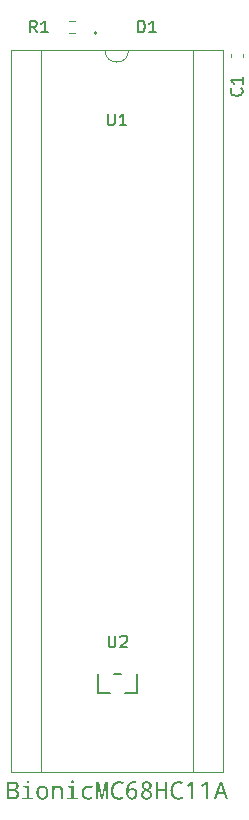
<source format=gbr>
G04 #@! TF.GenerationSoftware,KiCad,Pcbnew,7.0.11+dfsg-1build4*
G04 #@! TF.CreationDate,2024-12-04T11:56:43+09:00*
G04 #@! TF.ProjectId,bionic-mc68hc11a,62696f6e-6963-42d6-9d63-363868633131,4*
G04 #@! TF.SameCoordinates,Original*
G04 #@! TF.FileFunction,Legend,Top*
G04 #@! TF.FilePolarity,Positive*
%FSLAX46Y46*%
G04 Gerber Fmt 4.6, Leading zero omitted, Abs format (unit mm)*
G04 Created by KiCad (PCBNEW 7.0.11+dfsg-1build4) date 2024-12-04 11:56:43*
%MOMM*%
%LPD*%
G01*
G04 APERTURE LIST*
%ADD10C,0.150000*%
%ADD11C,0.120000*%
%ADD12C,0.152400*%
G04 APERTURE END LIST*
D10*
G36*
X104858059Y-135669959D02*
G01*
X104875236Y-135670222D01*
X104892111Y-135670660D01*
X104908683Y-135671274D01*
X104924952Y-135672063D01*
X104940918Y-135673027D01*
X104956582Y-135674167D01*
X104971943Y-135675481D01*
X104987002Y-135676972D01*
X105001758Y-135678637D01*
X105030361Y-135682494D01*
X105057754Y-135687052D01*
X105083936Y-135692311D01*
X105108908Y-135698272D01*
X105132669Y-135704934D01*
X105155219Y-135712297D01*
X105176558Y-135720361D01*
X105196686Y-135729127D01*
X105215604Y-135738593D01*
X105233311Y-135748761D01*
X105249808Y-135759631D01*
X105265247Y-135771236D01*
X105279689Y-135783702D01*
X105293136Y-135797030D01*
X105305587Y-135811219D01*
X105317041Y-135826270D01*
X105327500Y-135842183D01*
X105336962Y-135858957D01*
X105345429Y-135876592D01*
X105352899Y-135895090D01*
X105359374Y-135914448D01*
X105364852Y-135934668D01*
X105369334Y-135955750D01*
X105372820Y-135977693D01*
X105375310Y-136000498D01*
X105376805Y-136024164D01*
X105377303Y-136048692D01*
X105376986Y-136064915D01*
X105376037Y-136080795D01*
X105374456Y-136096331D01*
X105372242Y-136111524D01*
X105369396Y-136126373D01*
X105365917Y-136140879D01*
X105361805Y-136155041D01*
X105354452Y-136175640D01*
X105345675Y-136195467D01*
X105335475Y-136214521D01*
X105323852Y-136232802D01*
X105310806Y-136250310D01*
X105301317Y-136261553D01*
X105296336Y-136267045D01*
X105285992Y-136277631D01*
X105275201Y-136287682D01*
X105263964Y-136297197D01*
X105252281Y-136306177D01*
X105240151Y-136314622D01*
X105227574Y-136322532D01*
X105214551Y-136329907D01*
X105201081Y-136336746D01*
X105187165Y-136343050D01*
X105172803Y-136348819D01*
X105157993Y-136354052D01*
X105142738Y-136358751D01*
X105127036Y-136362914D01*
X105110887Y-136366542D01*
X105094292Y-136369634D01*
X105077250Y-136372192D01*
X105077250Y-136382450D01*
X105098303Y-136386165D01*
X105118687Y-136390350D01*
X105138402Y-136395004D01*
X105157450Y-136400127D01*
X105175829Y-136405720D01*
X105193539Y-136411782D01*
X105210582Y-136418314D01*
X105226956Y-136425315D01*
X105242662Y-136432785D01*
X105257699Y-136440725D01*
X105272068Y-136449134D01*
X105285769Y-136458013D01*
X105298801Y-136467361D01*
X105311165Y-136477178D01*
X105322861Y-136487465D01*
X105333888Y-136498221D01*
X105344247Y-136509447D01*
X105353938Y-136521142D01*
X105362961Y-136533306D01*
X105371315Y-136545940D01*
X105379001Y-136559043D01*
X105386018Y-136572616D01*
X105392367Y-136586658D01*
X105398048Y-136601169D01*
X105403060Y-136616150D01*
X105407405Y-136631601D01*
X105411080Y-136647520D01*
X105414088Y-136663909D01*
X105416427Y-136680768D01*
X105418098Y-136698096D01*
X105419100Y-136715893D01*
X105419434Y-136734160D01*
X105418921Y-136759281D01*
X105417379Y-136783722D01*
X105414811Y-136807481D01*
X105411214Y-136830559D01*
X105406590Y-136852956D01*
X105400939Y-136874672D01*
X105394260Y-136895706D01*
X105386553Y-136916060D01*
X105377819Y-136935732D01*
X105368058Y-136954722D01*
X105357268Y-136973032D01*
X105345452Y-136990660D01*
X105332608Y-137007608D01*
X105318736Y-137023874D01*
X105303836Y-137039458D01*
X105287910Y-137054362D01*
X105271141Y-137068426D01*
X105253626Y-137081582D01*
X105235364Y-137093831D01*
X105216354Y-137105172D01*
X105196598Y-137115606D01*
X105176094Y-137125133D01*
X105154844Y-137133753D01*
X105132846Y-137141465D01*
X105110101Y-137148270D01*
X105086610Y-137154168D01*
X105062371Y-137159158D01*
X105037385Y-137163241D01*
X105011652Y-137166417D01*
X104985173Y-137168685D01*
X104957946Y-137170046D01*
X104929972Y-137170500D01*
X104387020Y-137170500D01*
X104387020Y-136466714D01*
X104579728Y-136466714D01*
X104579728Y-137006735D01*
X104895900Y-137006735D01*
X104915622Y-137006461D01*
X104934719Y-137005640D01*
X104953189Y-137004271D01*
X104971033Y-137002355D01*
X104988251Y-136999892D01*
X105004843Y-136996881D01*
X105020809Y-136993323D01*
X105036149Y-136989218D01*
X105050862Y-136984565D01*
X105064950Y-136979365D01*
X105091246Y-136967322D01*
X105115039Y-136953089D01*
X105136326Y-136936668D01*
X105155110Y-136918056D01*
X105171389Y-136897255D01*
X105185163Y-136874264D01*
X105196433Y-136849084D01*
X105205199Y-136821714D01*
X105208642Y-136807207D01*
X105211460Y-136792154D01*
X105213651Y-136776553D01*
X105215216Y-136760405D01*
X105216156Y-136743709D01*
X105216469Y-136726466D01*
X105216143Y-136710485D01*
X105215165Y-136695012D01*
X105213535Y-136680045D01*
X105208320Y-136651635D01*
X105200498Y-136625254D01*
X105190068Y-136600902D01*
X105177030Y-136578580D01*
X105161386Y-136558287D01*
X105143133Y-136540023D01*
X105122273Y-136523788D01*
X105098806Y-136509583D01*
X105072731Y-136497407D01*
X105058716Y-136492080D01*
X105044049Y-136487261D01*
X105028730Y-136482948D01*
X105012759Y-136479143D01*
X104996136Y-136475846D01*
X104978862Y-136473055D01*
X104960935Y-136470772D01*
X104942357Y-136468997D01*
X104923127Y-136467728D01*
X104903245Y-136466967D01*
X104882711Y-136466714D01*
X104579728Y-136466714D01*
X104387020Y-136466714D01*
X104387020Y-135833636D01*
X104579728Y-135833636D01*
X104579728Y-136302949D01*
X104872086Y-136302949D01*
X104891850Y-136302730D01*
X104910932Y-136302073D01*
X104929333Y-136300978D01*
X104947054Y-136299446D01*
X104964092Y-136297475D01*
X104980450Y-136295066D01*
X104996126Y-136292220D01*
X105011121Y-136288935D01*
X105025435Y-136285213D01*
X105045629Y-136278809D01*
X105064290Y-136271419D01*
X105081418Y-136263043D01*
X105097014Y-136253683D01*
X105106559Y-136246895D01*
X105119719Y-136235741D01*
X105131585Y-136223299D01*
X105142156Y-136209569D01*
X105151433Y-136194551D01*
X105159416Y-136178245D01*
X105166104Y-136160651D01*
X105171497Y-136141769D01*
X105175596Y-136121599D01*
X105178401Y-136100141D01*
X105179551Y-136085120D01*
X105180127Y-136069526D01*
X105180199Y-136061515D01*
X105179891Y-136046535D01*
X105178276Y-136025081D01*
X105175276Y-136004843D01*
X105170891Y-135985822D01*
X105165122Y-135968019D01*
X105157968Y-135951433D01*
X105149430Y-135936064D01*
X105139507Y-135921912D01*
X105128199Y-135908977D01*
X105115507Y-135897260D01*
X105101430Y-135886759D01*
X105085850Y-135877265D01*
X105068646Y-135868706D01*
X105049820Y-135861080D01*
X105029371Y-135854387D01*
X105014837Y-135850445D01*
X104999581Y-135846917D01*
X104983604Y-135843804D01*
X104966906Y-135841107D01*
X104949486Y-135838824D01*
X104931346Y-135836956D01*
X104912484Y-135835504D01*
X104892900Y-135834466D01*
X104872596Y-135833844D01*
X104851570Y-135833636D01*
X104579728Y-135833636D01*
X104387020Y-135833636D01*
X104387020Y-135669871D01*
X104840579Y-135669871D01*
X104858059Y-135669959D01*
G37*
G36*
X106160223Y-135576082D02*
G01*
X106179734Y-135577109D01*
X106197326Y-135580191D01*
X106212999Y-135585327D01*
X106226752Y-135592517D01*
X106238587Y-135601762D01*
X106248502Y-135613061D01*
X106256499Y-135626414D01*
X106262576Y-135641822D01*
X106266734Y-135659284D01*
X106268973Y-135678800D01*
X106269400Y-135692952D01*
X106268603Y-135710766D01*
X106266215Y-135727113D01*
X106262235Y-135741993D01*
X106255357Y-135757913D01*
X106246187Y-135771720D01*
X106236793Y-135781613D01*
X106224278Y-135791449D01*
X106210913Y-135799250D01*
X106196698Y-135805015D01*
X106181632Y-135808746D01*
X106165717Y-135810442D01*
X106160223Y-135810555D01*
X106140516Y-135809522D01*
X106122747Y-135806421D01*
X106106916Y-135801253D01*
X106093024Y-135794017D01*
X106081070Y-135784715D01*
X106071055Y-135773345D01*
X106062978Y-135759908D01*
X106056840Y-135744404D01*
X106052640Y-135726832D01*
X106050378Y-135707193D01*
X106049947Y-135692952D01*
X106050917Y-135672066D01*
X106053824Y-135653235D01*
X106058670Y-135636458D01*
X106065455Y-135621735D01*
X106074178Y-135609066D01*
X106084839Y-135598452D01*
X106097439Y-135589892D01*
X106111977Y-135583387D01*
X106128454Y-135578935D01*
X106146869Y-135576539D01*
X106160223Y-135576082D01*
G37*
G36*
X106065701Y-136192307D02*
G01*
X105788363Y-136170691D01*
X105788363Y-136045028D01*
X106252913Y-136045028D01*
X106252913Y-137023221D01*
X106615614Y-137043737D01*
X106615614Y-137170500D01*
X105711060Y-137170500D01*
X105711060Y-137043737D01*
X106065701Y-137023221D01*
X106065701Y-136192307D01*
G37*
G36*
X107431052Y-136022205D02*
G01*
X107458171Y-136024077D01*
X107484656Y-136027197D01*
X107510504Y-136031565D01*
X107535718Y-136037180D01*
X107560296Y-136044044D01*
X107584238Y-136052155D01*
X107607545Y-136061515D01*
X107630217Y-136072122D01*
X107652253Y-136083978D01*
X107673654Y-136097081D01*
X107694419Y-136111432D01*
X107714549Y-136127031D01*
X107734044Y-136143878D01*
X107752903Y-136161973D01*
X107771127Y-136181316D01*
X107788473Y-136201692D01*
X107804701Y-136222887D01*
X107819809Y-136244900D01*
X107833798Y-136267732D01*
X107846668Y-136291383D01*
X107858419Y-136315852D01*
X107869050Y-136341140D01*
X107878563Y-136367246D01*
X107886956Y-136394171D01*
X107894231Y-136421914D01*
X107900386Y-136450476D01*
X107903044Y-136465064D01*
X107905422Y-136479857D01*
X107907520Y-136494854D01*
X107909339Y-136510056D01*
X107910878Y-136525463D01*
X107912137Y-136541074D01*
X107913116Y-136556890D01*
X107913816Y-136572911D01*
X107914235Y-136589136D01*
X107914375Y-136605566D01*
X107914237Y-136622534D01*
X107913823Y-136639277D01*
X107913132Y-136655793D01*
X107912165Y-136672084D01*
X107910923Y-136688148D01*
X107909403Y-136703986D01*
X107907608Y-136719598D01*
X107905537Y-136734984D01*
X107903189Y-136750144D01*
X107900565Y-136765077D01*
X107897665Y-136779785D01*
X107894488Y-136794266D01*
X107891036Y-136808522D01*
X107883302Y-136836354D01*
X107874464Y-136863282D01*
X107864520Y-136889305D01*
X107853472Y-136914424D01*
X107841319Y-136938638D01*
X107828061Y-136961948D01*
X107813699Y-136984354D01*
X107798231Y-137005855D01*
X107781659Y-137026451D01*
X107772959Y-137036410D01*
X107754961Y-137055487D01*
X107736230Y-137073333D01*
X107716767Y-137089948D01*
X107696572Y-137105332D01*
X107675643Y-137119486D01*
X107653982Y-137132409D01*
X107631588Y-137144101D01*
X107608461Y-137154563D01*
X107584601Y-137163793D01*
X107560009Y-137171793D01*
X107534684Y-137178562D01*
X107508627Y-137184101D01*
X107481836Y-137188408D01*
X107454313Y-137191485D01*
X107426057Y-137193331D01*
X107397069Y-137193947D01*
X107369533Y-137193321D01*
X107342612Y-137191445D01*
X107316307Y-137188318D01*
X107290617Y-137183940D01*
X107265543Y-137178312D01*
X107241083Y-137171433D01*
X107217240Y-137163302D01*
X107194011Y-137153922D01*
X107171398Y-137143290D01*
X107149401Y-137131407D01*
X107128019Y-137118274D01*
X107107252Y-137103890D01*
X107087100Y-137088255D01*
X107067564Y-137071369D01*
X107048643Y-137053233D01*
X107030338Y-137033846D01*
X107012947Y-137013368D01*
X106996678Y-136992051D01*
X106981532Y-136969896D01*
X106967507Y-136946903D01*
X106954604Y-136923071D01*
X106942823Y-136898400D01*
X106932164Y-136872890D01*
X106922627Y-136846542D01*
X106914212Y-136819355D01*
X106906919Y-136791330D01*
X106903693Y-136777002D01*
X106900748Y-136762466D01*
X106898083Y-136747719D01*
X106895699Y-136732763D01*
X106893596Y-136717597D01*
X106891772Y-136702222D01*
X106890230Y-136686636D01*
X106888967Y-136670842D01*
X106887986Y-136654837D01*
X106887284Y-136638623D01*
X106886864Y-136622199D01*
X106886723Y-136605566D01*
X107080530Y-136605566D01*
X107080843Y-136632186D01*
X107081782Y-136657960D01*
X107083348Y-136682890D01*
X107085539Y-136706974D01*
X107088356Y-136730214D01*
X107091800Y-136752608D01*
X107095870Y-136774157D01*
X107100566Y-136794862D01*
X107105888Y-136814721D01*
X107111836Y-136833735D01*
X107118410Y-136851904D01*
X107125610Y-136869228D01*
X107133436Y-136885707D01*
X107141889Y-136901341D01*
X107150968Y-136916129D01*
X107160672Y-136930073D01*
X107171003Y-136943172D01*
X107181960Y-136955425D01*
X107193543Y-136966834D01*
X107205752Y-136977397D01*
X107218587Y-136987115D01*
X107232049Y-136995988D01*
X107246136Y-137004017D01*
X107260850Y-137011200D01*
X107276190Y-137017538D01*
X107292155Y-137023031D01*
X107308747Y-137027679D01*
X107325965Y-137031481D01*
X107343810Y-137034439D01*
X107362280Y-137036552D01*
X107381376Y-137037819D01*
X107401099Y-137038242D01*
X107420754Y-137037819D01*
X107439785Y-137036552D01*
X107458191Y-137034439D01*
X107475974Y-137031481D01*
X107493133Y-137027679D01*
X107509669Y-137023031D01*
X107525580Y-137017538D01*
X107540867Y-137011200D01*
X107555530Y-137004017D01*
X107569569Y-136995988D01*
X107582984Y-136987115D01*
X107595776Y-136977397D01*
X107607943Y-136966834D01*
X107619486Y-136955425D01*
X107630406Y-136943172D01*
X107640701Y-136930073D01*
X107650372Y-136916129D01*
X107659420Y-136901341D01*
X107667843Y-136885707D01*
X107675643Y-136869228D01*
X107682819Y-136851904D01*
X107689370Y-136833735D01*
X107695298Y-136814721D01*
X107700602Y-136794862D01*
X107705281Y-136774157D01*
X107709337Y-136752608D01*
X107712769Y-136730214D01*
X107715577Y-136706974D01*
X107717761Y-136682890D01*
X107719320Y-136657960D01*
X107720256Y-136632186D01*
X107720568Y-136605566D01*
X107720254Y-136579217D01*
X107719312Y-136553704D01*
X107717741Y-136529028D01*
X107715542Y-136505188D01*
X107712715Y-136482184D01*
X107709260Y-136460018D01*
X107705176Y-136438687D01*
X107700464Y-136418193D01*
X107695124Y-136398536D01*
X107689156Y-136379715D01*
X107682559Y-136361731D01*
X107675334Y-136344583D01*
X107667481Y-136328271D01*
X107658999Y-136312796D01*
X107649889Y-136298158D01*
X107640151Y-136284356D01*
X107629785Y-136271390D01*
X107618791Y-136259261D01*
X107607168Y-136247969D01*
X107594917Y-136237513D01*
X107582038Y-136227893D01*
X107568530Y-136219110D01*
X107554394Y-136211164D01*
X107539630Y-136204053D01*
X107524238Y-136197780D01*
X107508217Y-136192343D01*
X107491569Y-136187742D01*
X107474291Y-136183978D01*
X107456386Y-136181050D01*
X107437853Y-136178959D01*
X107418691Y-136177704D01*
X107398901Y-136177286D01*
X107379313Y-136177704D01*
X107360348Y-136178959D01*
X107342004Y-136181050D01*
X107324282Y-136183978D01*
X107307183Y-136187742D01*
X107290704Y-136192343D01*
X107274848Y-136197780D01*
X107259613Y-136204053D01*
X107245001Y-136211164D01*
X107231010Y-136219110D01*
X107217641Y-136227893D01*
X107204894Y-136237513D01*
X107192768Y-136247969D01*
X107181264Y-136259261D01*
X107170383Y-136271390D01*
X107160123Y-136284356D01*
X107150485Y-136298158D01*
X107141468Y-136312796D01*
X107133074Y-136328271D01*
X107125301Y-136344583D01*
X107118150Y-136361731D01*
X107111621Y-136379715D01*
X107105714Y-136398536D01*
X107100428Y-136418193D01*
X107095765Y-136438687D01*
X107091723Y-136460018D01*
X107088303Y-136482184D01*
X107085505Y-136505188D01*
X107083328Y-136529028D01*
X107081774Y-136553704D01*
X107080841Y-136579217D01*
X107080530Y-136605566D01*
X106886723Y-136605566D01*
X106886860Y-136588756D01*
X106887269Y-136572169D01*
X106887950Y-136555806D01*
X106888904Y-136539666D01*
X106890131Y-136523749D01*
X106891631Y-136508056D01*
X106893403Y-136492585D01*
X106895447Y-136477338D01*
X106897765Y-136462315D01*
X106900355Y-136447514D01*
X106903217Y-136432937D01*
X106906352Y-136418583D01*
X106913441Y-136390544D01*
X106921620Y-136363399D01*
X106930889Y-136337147D01*
X106941249Y-136311787D01*
X106952699Y-136287321D01*
X106965240Y-136263748D01*
X106978871Y-136241068D01*
X106993593Y-136219280D01*
X107009405Y-136198386D01*
X107026308Y-136178385D01*
X107044138Y-136159397D01*
X107062733Y-136141634D01*
X107082091Y-136125096D01*
X107102214Y-136109783D01*
X107123101Y-136095695D01*
X107144753Y-136082833D01*
X107167168Y-136071195D01*
X107190348Y-136060782D01*
X107214292Y-136051594D01*
X107239000Y-136043632D01*
X107264472Y-136036894D01*
X107290709Y-136031381D01*
X107317709Y-136027094D01*
X107345474Y-136024031D01*
X107374004Y-136022194D01*
X107403297Y-136021581D01*
X107431052Y-136022205D01*
G37*
G36*
X108942760Y-137170500D02*
G01*
X108942760Y-136444366D01*
X108942520Y-136427934D01*
X108941802Y-136412024D01*
X108940605Y-136396635D01*
X108938930Y-136381769D01*
X108934143Y-136353600D01*
X108927441Y-136327518D01*
X108918824Y-136303523D01*
X108908293Y-136281614D01*
X108895846Y-136261792D01*
X108881485Y-136244056D01*
X108865209Y-136228407D01*
X108847018Y-136214844D01*
X108826913Y-136203368D01*
X108804892Y-136193978D01*
X108780957Y-136186675D01*
X108755107Y-136181459D01*
X108727342Y-136178329D01*
X108697662Y-136177286D01*
X108678187Y-136177685D01*
X108659331Y-136178883D01*
X108641093Y-136180879D01*
X108623473Y-136183674D01*
X108606472Y-136187268D01*
X108590088Y-136191660D01*
X108574323Y-136196851D01*
X108559176Y-136202840D01*
X108544648Y-136209628D01*
X108530737Y-136217214D01*
X108517445Y-136225599D01*
X108504771Y-136234782D01*
X108492715Y-136244764D01*
X108481278Y-136255545D01*
X108470459Y-136267124D01*
X108460258Y-136279502D01*
X108450675Y-136292678D01*
X108441711Y-136306653D01*
X108433364Y-136321426D01*
X108425636Y-136336998D01*
X108418527Y-136353368D01*
X108412035Y-136370537D01*
X108406162Y-136388505D01*
X108400907Y-136407271D01*
X108396270Y-136426836D01*
X108392252Y-136447199D01*
X108388851Y-136468361D01*
X108386069Y-136490321D01*
X108383905Y-136513080D01*
X108382360Y-136536638D01*
X108381432Y-136560994D01*
X108381123Y-136586148D01*
X108381123Y-137170500D01*
X108193545Y-137170500D01*
X108193545Y-136045028D01*
X108344853Y-136045028D01*
X108372697Y-136194871D01*
X108382955Y-136194871D01*
X108396760Y-136173887D01*
X108411612Y-136154257D01*
X108427511Y-136135980D01*
X108444458Y-136119057D01*
X108462453Y-136103488D01*
X108481496Y-136089273D01*
X108501585Y-136076411D01*
X108522723Y-136064904D01*
X108544908Y-136054750D01*
X108568141Y-136045950D01*
X108592421Y-136038504D01*
X108617749Y-136032412D01*
X108644124Y-136027673D01*
X108671547Y-136024289D01*
X108700018Y-136022258D01*
X108729536Y-136021581D01*
X108754194Y-136021984D01*
X108778070Y-136023191D01*
X108801163Y-136025204D01*
X108823474Y-136028021D01*
X108845001Y-136031644D01*
X108865746Y-136036071D01*
X108885708Y-136041304D01*
X108904887Y-136047341D01*
X108923283Y-136054184D01*
X108940896Y-136061831D01*
X108957727Y-136070284D01*
X108973775Y-136079541D01*
X108989040Y-136089604D01*
X109003522Y-136100471D01*
X109017221Y-136112144D01*
X109030138Y-136124621D01*
X109042271Y-136137904D01*
X109053622Y-136151991D01*
X109064190Y-136166884D01*
X109073975Y-136182581D01*
X109082978Y-136199084D01*
X109091197Y-136216391D01*
X109098634Y-136234504D01*
X109105288Y-136253421D01*
X109111159Y-136273144D01*
X109116247Y-136293671D01*
X109120553Y-136315004D01*
X109124076Y-136337141D01*
X109126815Y-136360083D01*
X109128773Y-136383831D01*
X109129947Y-136408383D01*
X109130338Y-136433741D01*
X109130338Y-137170500D01*
X108942760Y-137170500D01*
G37*
G36*
X109941102Y-135576082D02*
G01*
X109960613Y-135577109D01*
X109978205Y-135580191D01*
X109993878Y-135585327D01*
X110007632Y-135592517D01*
X110019466Y-135601762D01*
X110029382Y-135613061D01*
X110037378Y-135626414D01*
X110043455Y-135641822D01*
X110047613Y-135659284D01*
X110049852Y-135678800D01*
X110050279Y-135692952D01*
X110049483Y-135710766D01*
X110047095Y-135727113D01*
X110043114Y-135741993D01*
X110036236Y-135757913D01*
X110027066Y-135771720D01*
X110017672Y-135781613D01*
X110005157Y-135791449D01*
X109991792Y-135799250D01*
X109977577Y-135805015D01*
X109962512Y-135808746D01*
X109946596Y-135810442D01*
X109941102Y-135810555D01*
X109921395Y-135809522D01*
X109903626Y-135806421D01*
X109887795Y-135801253D01*
X109873903Y-135794017D01*
X109861949Y-135784715D01*
X109851934Y-135773345D01*
X109843857Y-135759908D01*
X109837719Y-135744404D01*
X109833519Y-135726832D01*
X109831257Y-135707193D01*
X109830827Y-135692952D01*
X109831796Y-135672066D01*
X109834704Y-135653235D01*
X109839550Y-135636458D01*
X109846334Y-135621735D01*
X109855057Y-135609066D01*
X109865719Y-135598452D01*
X109878318Y-135589892D01*
X109892857Y-135583387D01*
X109909333Y-135578935D01*
X109927749Y-135576539D01*
X109941102Y-135576082D01*
G37*
G36*
X109846580Y-136192307D02*
G01*
X109569243Y-136170691D01*
X109569243Y-136045028D01*
X110033792Y-136045028D01*
X110033792Y-137023221D01*
X110396493Y-137043737D01*
X110396493Y-137170500D01*
X109491940Y-137170500D01*
X109491940Y-137043737D01*
X109846580Y-137023221D01*
X109846580Y-136192307D01*
G37*
G36*
X111642498Y-136082398D02*
G01*
X111578751Y-136245063D01*
X111559554Y-136237832D01*
X111540614Y-136231067D01*
X111521933Y-136224769D01*
X111503508Y-136218937D01*
X111485342Y-136213572D01*
X111467433Y-136208673D01*
X111449782Y-136204241D01*
X111432388Y-136200275D01*
X111415252Y-136196776D01*
X111398373Y-136193744D01*
X111381752Y-136191178D01*
X111365389Y-136189078D01*
X111349283Y-136187445D01*
X111333435Y-136186279D01*
X111317845Y-136185579D01*
X111302512Y-136185346D01*
X111279003Y-136185762D01*
X111256240Y-136187010D01*
X111234223Y-136189091D01*
X111212953Y-136192004D01*
X111192429Y-136195748D01*
X111172652Y-136200325D01*
X111153620Y-136205735D01*
X111135335Y-136211976D01*
X111117797Y-136219050D01*
X111101004Y-136226956D01*
X111084958Y-136235694D01*
X111069659Y-136245264D01*
X111055105Y-136255666D01*
X111041298Y-136266901D01*
X111028238Y-136278967D01*
X111015923Y-136291866D01*
X111004355Y-136305598D01*
X110993534Y-136320161D01*
X110983458Y-136335556D01*
X110974129Y-136351784D01*
X110965547Y-136368844D01*
X110957710Y-136386736D01*
X110950620Y-136405460D01*
X110944276Y-136425017D01*
X110938679Y-136445406D01*
X110933828Y-136466626D01*
X110929723Y-136488679D01*
X110926365Y-136511565D01*
X110923752Y-136535282D01*
X110921887Y-136559832D01*
X110920767Y-136585214D01*
X110920394Y-136611428D01*
X110920757Y-136637191D01*
X110921847Y-136662136D01*
X110923662Y-136686264D01*
X110926204Y-136709573D01*
X110929473Y-136732065D01*
X110933467Y-136753739D01*
X110938188Y-136774595D01*
X110943635Y-136794633D01*
X110949809Y-136813853D01*
X110956708Y-136832255D01*
X110964334Y-136849840D01*
X110972687Y-136866606D01*
X110981765Y-136882555D01*
X110991570Y-136897685D01*
X111002101Y-136911998D01*
X111013359Y-136925493D01*
X111025343Y-136938171D01*
X111038053Y-136950030D01*
X111051489Y-136961071D01*
X111065652Y-136971295D01*
X111080541Y-136980700D01*
X111096156Y-136989288D01*
X111112497Y-136997058D01*
X111129565Y-137004010D01*
X111147359Y-137010144D01*
X111165879Y-137015460D01*
X111185126Y-137019958D01*
X111205099Y-137023639D01*
X111225798Y-137026502D01*
X111247224Y-137028546D01*
X111269376Y-137029773D01*
X111292254Y-137030182D01*
X111312523Y-137029933D01*
X111332846Y-137029186D01*
X111353223Y-137027941D01*
X111373655Y-137026198D01*
X111394142Y-137023957D01*
X111414682Y-137021218D01*
X111435277Y-137017980D01*
X111455927Y-137014245D01*
X111476631Y-137010012D01*
X111497389Y-137005281D01*
X111518202Y-137000051D01*
X111539069Y-136994324D01*
X111559990Y-136988099D01*
X111580966Y-136981375D01*
X111601996Y-136974154D01*
X111623081Y-136966435D01*
X111623081Y-137131299D01*
X111605571Y-137138885D01*
X111587572Y-137145982D01*
X111569083Y-137152589D01*
X111550105Y-137158707D01*
X111530638Y-137164336D01*
X111510681Y-137169475D01*
X111490235Y-137174125D01*
X111469299Y-137178285D01*
X111447874Y-137181956D01*
X111425959Y-137185137D01*
X111403555Y-137187829D01*
X111380662Y-137190031D01*
X111357279Y-137191744D01*
X111333407Y-137192968D01*
X111309045Y-137193702D01*
X111284194Y-137193947D01*
X111267754Y-137193800D01*
X111251546Y-137193361D01*
X111235568Y-137192630D01*
X111219822Y-137191606D01*
X111204307Y-137190289D01*
X111189023Y-137188679D01*
X111173971Y-137186777D01*
X111159149Y-137184582D01*
X111144558Y-137182094D01*
X111116071Y-137176241D01*
X111088508Y-137169217D01*
X111061869Y-137161022D01*
X111036155Y-137151657D01*
X111011365Y-137141121D01*
X110987500Y-137129415D01*
X110964559Y-137116538D01*
X110942543Y-137102490D01*
X110921451Y-137087271D01*
X110901284Y-137070882D01*
X110882041Y-137053323D01*
X110872767Y-137044104D01*
X110855065Y-137024864D01*
X110838506Y-137004605D01*
X110823088Y-136983327D01*
X110808813Y-136961031D01*
X110795680Y-136937715D01*
X110783689Y-136913380D01*
X110772839Y-136888027D01*
X110763132Y-136861654D01*
X110754567Y-136834263D01*
X110747144Y-136805853D01*
X110743860Y-136791265D01*
X110740863Y-136776423D01*
X110738150Y-136761326D01*
X110735723Y-136745975D01*
X110733582Y-136730369D01*
X110731726Y-136714508D01*
X110730156Y-136698392D01*
X110728871Y-136682021D01*
X110727872Y-136665396D01*
X110727158Y-136648516D01*
X110726730Y-136631382D01*
X110726587Y-136613992D01*
X110726733Y-136596038D01*
X110727171Y-136578353D01*
X110727901Y-136560938D01*
X110728923Y-136543793D01*
X110730237Y-136526918D01*
X110731842Y-136510313D01*
X110733740Y-136493977D01*
X110735930Y-136477911D01*
X110738411Y-136462115D01*
X110741185Y-136446588D01*
X110744250Y-136431331D01*
X110747607Y-136416344D01*
X110751257Y-136401627D01*
X110755198Y-136387180D01*
X110759431Y-136373002D01*
X110768774Y-136345456D01*
X110779284Y-136318989D01*
X110790961Y-136293601D01*
X110803807Y-136269292D01*
X110817821Y-136246063D01*
X110833002Y-136223912D01*
X110849351Y-136202840D01*
X110866868Y-136182848D01*
X110876064Y-136173256D01*
X110895222Y-136154889D01*
X110915328Y-136137707D01*
X110936381Y-136121710D01*
X110958381Y-136106898D01*
X110981329Y-136093271D01*
X111005224Y-136080829D01*
X111030067Y-136069572D01*
X111055857Y-136059500D01*
X111082595Y-136050613D01*
X111110279Y-136042910D01*
X111138912Y-136036393D01*
X111153583Y-136033579D01*
X111168491Y-136031061D01*
X111183636Y-136028839D01*
X111199018Y-136026913D01*
X111214637Y-136025284D01*
X111230493Y-136023951D01*
X111246585Y-136022914D01*
X111262915Y-136022174D01*
X111279481Y-136021729D01*
X111296284Y-136021581D01*
X111319146Y-136021819D01*
X111341845Y-136022531D01*
X111364380Y-136023719D01*
X111386753Y-136025382D01*
X111408962Y-136027520D01*
X111431008Y-136030133D01*
X111452892Y-136033222D01*
X111474612Y-136036785D01*
X111496168Y-136040824D01*
X111517562Y-136045338D01*
X111538793Y-136050326D01*
X111559860Y-136055790D01*
X111580764Y-136061730D01*
X111601505Y-136068144D01*
X111622083Y-136075033D01*
X111642498Y-136082398D01*
G37*
G36*
X112357641Y-137170500D02*
G01*
X112071511Y-135857450D01*
X112063084Y-135851588D01*
X112064234Y-135868589D01*
X112065347Y-135885337D01*
X112066423Y-135901831D01*
X112067463Y-135918072D01*
X112068467Y-135934059D01*
X112069434Y-135949794D01*
X112070365Y-135965275D01*
X112071259Y-135980503D01*
X112072116Y-135995477D01*
X112072937Y-136010198D01*
X112074470Y-136038880D01*
X112075857Y-136066549D01*
X112077098Y-136093205D01*
X112078192Y-136118848D01*
X112079141Y-136143477D01*
X112079944Y-136167094D01*
X112080601Y-136189697D01*
X112081112Y-136211286D01*
X112081477Y-136231863D01*
X112081696Y-136251426D01*
X112081769Y-136269976D01*
X112081769Y-137170500D01*
X111926064Y-137170500D01*
X111926064Y-135669871D01*
X112180687Y-135669871D01*
X112436043Y-136892429D01*
X112442271Y-136892429D01*
X112699825Y-135669871D01*
X112959577Y-135669871D01*
X112959577Y-137170500D01*
X112801674Y-137170500D01*
X112801674Y-136256787D01*
X112801803Y-136235378D01*
X112802032Y-136219224D01*
X112802376Y-136201564D01*
X112802834Y-136182399D01*
X112803406Y-136161728D01*
X112804093Y-136139551D01*
X112804894Y-136115869D01*
X112805810Y-136090682D01*
X112806841Y-136063989D01*
X112807986Y-136035790D01*
X112808601Y-136021126D01*
X112809245Y-136006086D01*
X112809918Y-135990669D01*
X112810619Y-135974876D01*
X112811349Y-135958707D01*
X112812107Y-135942161D01*
X112812894Y-135925239D01*
X112813710Y-135907940D01*
X112814554Y-135890265D01*
X112815427Y-135872214D01*
X112816329Y-135853786D01*
X112808269Y-135853786D01*
X112516643Y-137170500D01*
X112357641Y-137170500D01*
G37*
G36*
X114227931Y-136965336D02*
G01*
X114227931Y-137132764D01*
X114208844Y-137140173D01*
X114189228Y-137147104D01*
X114169082Y-137153557D01*
X114148407Y-137159531D01*
X114127202Y-137165028D01*
X114105468Y-137170047D01*
X114083204Y-137174588D01*
X114060411Y-137178651D01*
X114037088Y-137182236D01*
X114013235Y-137185343D01*
X113988854Y-137187972D01*
X113963942Y-137190123D01*
X113938501Y-137191796D01*
X113912531Y-137192991D01*
X113886031Y-137193708D01*
X113859002Y-137193947D01*
X113839250Y-137193750D01*
X113819789Y-137193158D01*
X113800621Y-137192173D01*
X113781745Y-137190793D01*
X113763160Y-137189018D01*
X113744868Y-137186850D01*
X113726867Y-137184287D01*
X113709159Y-137181330D01*
X113691742Y-137177979D01*
X113674618Y-137174233D01*
X113657785Y-137170093D01*
X113641244Y-137165559D01*
X113624995Y-137160631D01*
X113609038Y-137155308D01*
X113593373Y-137149591D01*
X113578000Y-137143480D01*
X113562919Y-137136975D01*
X113548130Y-137130075D01*
X113533633Y-137122781D01*
X113519428Y-137115093D01*
X113505515Y-137107010D01*
X113491893Y-137098533D01*
X113478564Y-137089662D01*
X113465527Y-137080397D01*
X113452781Y-137070737D01*
X113440328Y-137060683D01*
X113428166Y-137050235D01*
X113416296Y-137039393D01*
X113404719Y-137028156D01*
X113393433Y-137016525D01*
X113382439Y-137004500D01*
X113371737Y-136992080D01*
X113361346Y-136979298D01*
X113351285Y-136966184D01*
X113341554Y-136952739D01*
X113332153Y-136938963D01*
X113323081Y-136924855D01*
X113314340Y-136910417D01*
X113305928Y-136895647D01*
X113297846Y-136880545D01*
X113290094Y-136865112D01*
X113282672Y-136849348D01*
X113275580Y-136833253D01*
X113268818Y-136816826D01*
X113262385Y-136800068D01*
X113256282Y-136782979D01*
X113250510Y-136765559D01*
X113245067Y-136747807D01*
X113239954Y-136729724D01*
X113235171Y-136711309D01*
X113230717Y-136692563D01*
X113226594Y-136673486D01*
X113222801Y-136654078D01*
X113219337Y-136634338D01*
X113216203Y-136614267D01*
X113213399Y-136593865D01*
X113210925Y-136573131D01*
X113208781Y-136552067D01*
X113206967Y-136530670D01*
X113205482Y-136508943D01*
X113204328Y-136486884D01*
X113203503Y-136464494D01*
X113203008Y-136441773D01*
X113202843Y-136418720D01*
X113203023Y-136396586D01*
X113203563Y-136374742D01*
X113204463Y-136353189D01*
X113205723Y-136331926D01*
X113207342Y-136310954D01*
X113209322Y-136290272D01*
X113211662Y-136269881D01*
X113214361Y-136249780D01*
X113217420Y-136229970D01*
X113220840Y-136210451D01*
X113224619Y-136191221D01*
X113228758Y-136172283D01*
X113233257Y-136153635D01*
X113238116Y-136135277D01*
X113243335Y-136117210D01*
X113248914Y-136099434D01*
X113254852Y-136081948D01*
X113261151Y-136064752D01*
X113267810Y-136047847D01*
X113274828Y-136031233D01*
X113282207Y-136014909D01*
X113289945Y-135998875D01*
X113298043Y-135983132D01*
X113306502Y-135967680D01*
X113315320Y-135952518D01*
X113324498Y-135937647D01*
X113334036Y-135923066D01*
X113343934Y-135908775D01*
X113354192Y-135894775D01*
X113364809Y-135881066D01*
X113375787Y-135867647D01*
X113387125Y-135854519D01*
X113398797Y-135841716D01*
X113410732Y-135829320D01*
X113422931Y-135817330D01*
X113435393Y-135805747D01*
X113448119Y-135794570D01*
X113461107Y-135783799D01*
X113474359Y-135773435D01*
X113487875Y-135763478D01*
X113501654Y-135753926D01*
X113515696Y-135744781D01*
X113530001Y-135736043D01*
X113544570Y-135727711D01*
X113559402Y-135719786D01*
X113574497Y-135712267D01*
X113589856Y-135705154D01*
X113605478Y-135698448D01*
X113621363Y-135692148D01*
X113637512Y-135686255D01*
X113653924Y-135680768D01*
X113670599Y-135675687D01*
X113687538Y-135671013D01*
X113704740Y-135666746D01*
X113722205Y-135662885D01*
X113739933Y-135659430D01*
X113757925Y-135656382D01*
X113776181Y-135653740D01*
X113794699Y-135651505D01*
X113813481Y-135649676D01*
X113832526Y-135648253D01*
X113851835Y-135647237D01*
X113871407Y-135646627D01*
X113891242Y-135646424D01*
X113919359Y-135646770D01*
X113947015Y-135647809D01*
X113974210Y-135649541D01*
X114000945Y-135651965D01*
X114027219Y-135655082D01*
X114053032Y-135658892D01*
X114078384Y-135663394D01*
X114103275Y-135668589D01*
X114127706Y-135674477D01*
X114151675Y-135681057D01*
X114175184Y-135688330D01*
X114198232Y-135696295D01*
X114220819Y-135704954D01*
X114242946Y-135714305D01*
X114264611Y-135724348D01*
X114285816Y-135735084D01*
X114205582Y-135895918D01*
X114185721Y-135886158D01*
X114165889Y-135877028D01*
X114146085Y-135868527D01*
X114126310Y-135860656D01*
X114106564Y-135853414D01*
X114086846Y-135846802D01*
X114067157Y-135840820D01*
X114047496Y-135835468D01*
X114027864Y-135830745D01*
X114008261Y-135826652D01*
X113988686Y-135823189D01*
X113969140Y-135820356D01*
X113949623Y-135818152D01*
X113930134Y-135816577D01*
X113910673Y-135815633D01*
X113891242Y-135815318D01*
X113863886Y-135815955D01*
X113837232Y-135817865D01*
X113811279Y-135821050D01*
X113786027Y-135825508D01*
X113761476Y-135831239D01*
X113737626Y-135838244D01*
X113714478Y-135846523D01*
X113692031Y-135856076D01*
X113670286Y-135866902D01*
X113649241Y-135879002D01*
X113628898Y-135892376D01*
X113609256Y-135907024D01*
X113590315Y-135922945D01*
X113572076Y-135940140D01*
X113554537Y-135958608D01*
X113537700Y-135978350D01*
X113521729Y-135999181D01*
X113506788Y-136020917D01*
X113492878Y-136043557D01*
X113479998Y-136067102D01*
X113468148Y-136091551D01*
X113457329Y-136116905D01*
X113447540Y-136143163D01*
X113438782Y-136170325D01*
X113431054Y-136198392D01*
X113427576Y-136212765D01*
X113424356Y-136227363D01*
X113421394Y-136242188D01*
X113418689Y-136257239D01*
X113416242Y-136272516D01*
X113414052Y-136288020D01*
X113412120Y-136303749D01*
X113410446Y-136319704D01*
X113409029Y-136335886D01*
X113407870Y-136352294D01*
X113406968Y-136368927D01*
X113406324Y-136385787D01*
X113405938Y-136402873D01*
X113405809Y-136420185D01*
X113405930Y-136438504D01*
X113406291Y-136456549D01*
X113406894Y-136474319D01*
X113407738Y-136491815D01*
X113408823Y-136509038D01*
X113410150Y-136525986D01*
X113411717Y-136542660D01*
X113413526Y-136559060D01*
X113415575Y-136575187D01*
X113417866Y-136591039D01*
X113420398Y-136606617D01*
X113423171Y-136621921D01*
X113426186Y-136636950D01*
X113429441Y-136651706D01*
X113432938Y-136666188D01*
X113436675Y-136680396D01*
X113444874Y-136707989D01*
X113454038Y-136734486D01*
X113464166Y-136759887D01*
X113475258Y-136784191D01*
X113487315Y-136807400D01*
X113500337Y-136829512D01*
X113514323Y-136850528D01*
X113529274Y-136870447D01*
X113545198Y-136889169D01*
X113562012Y-136906683D01*
X113579716Y-136922989D01*
X113598311Y-136938087D01*
X113617795Y-136951978D01*
X113638170Y-136964660D01*
X113659435Y-136976135D01*
X113681590Y-136986401D01*
X113704635Y-136995460D01*
X113728570Y-137003311D01*
X113753396Y-137009955D01*
X113779111Y-137015390D01*
X113805717Y-137019618D01*
X113833213Y-137022637D01*
X113861599Y-137024449D01*
X113890875Y-137025053D01*
X113907906Y-137024820D01*
X113925474Y-137024120D01*
X113943580Y-137022953D01*
X113962225Y-137021321D01*
X113981408Y-137019221D01*
X114001128Y-137016655D01*
X114021387Y-137013623D01*
X114042184Y-137010124D01*
X114063519Y-137006158D01*
X114085392Y-137001726D01*
X114107803Y-136996827D01*
X114130752Y-136991462D01*
X114154240Y-136985630D01*
X114178265Y-136979332D01*
X114202829Y-136972567D01*
X114227931Y-136965336D01*
G37*
G36*
X115166937Y-135646595D02*
G01*
X115186079Y-135647107D01*
X115204564Y-135647960D01*
X115222392Y-135649155D01*
X115239563Y-135650691D01*
X115256078Y-135652568D01*
X115271935Y-135654786D01*
X115287136Y-135657346D01*
X115301679Y-135660248D01*
X115320049Y-135664647D01*
X115324459Y-135665841D01*
X115324459Y-135825576D01*
X115305757Y-135821025D01*
X115291227Y-135818010D01*
X115276266Y-135815337D01*
X115260874Y-135813004D01*
X115245049Y-135811013D01*
X115228794Y-135809364D01*
X115212107Y-135808055D01*
X115194988Y-135807088D01*
X115177438Y-135806462D01*
X115159456Y-135806178D01*
X115153367Y-135806159D01*
X115124963Y-135806723D01*
X115097456Y-135808414D01*
X115070845Y-135811234D01*
X115045129Y-135815181D01*
X115020309Y-135820255D01*
X114996385Y-135826458D01*
X114973357Y-135833788D01*
X114951225Y-135842246D01*
X114929989Y-135851831D01*
X114909649Y-135862545D01*
X114890204Y-135874386D01*
X114871656Y-135887354D01*
X114854003Y-135901451D01*
X114837246Y-135916675D01*
X114821385Y-135933027D01*
X114806420Y-135950506D01*
X114792361Y-135969165D01*
X114779126Y-135989146D01*
X114766715Y-136010450D01*
X114755129Y-136033076D01*
X114744367Y-136057024D01*
X114734429Y-136082295D01*
X114725316Y-136108887D01*
X114717027Y-136136803D01*
X114713192Y-136151256D01*
X114709562Y-136166040D01*
X114706139Y-136181155D01*
X114702922Y-136196600D01*
X114699911Y-136212376D01*
X114697106Y-136228483D01*
X114694507Y-136244920D01*
X114692114Y-136261687D01*
X114689927Y-136278785D01*
X114687947Y-136296214D01*
X114686172Y-136313973D01*
X114684604Y-136332063D01*
X114683241Y-136350484D01*
X114682085Y-136369235D01*
X114681135Y-136388317D01*
X114680390Y-136407729D01*
X114692847Y-136407729D01*
X114705545Y-136386523D01*
X114719185Y-136366685D01*
X114733767Y-136348215D01*
X114749290Y-136331113D01*
X114765755Y-136315380D01*
X114783161Y-136301014D01*
X114801510Y-136288017D01*
X114820800Y-136276387D01*
X114841031Y-136266126D01*
X114862204Y-136257234D01*
X114884319Y-136249709D01*
X114907376Y-136243552D01*
X114931374Y-136238764D01*
X114956314Y-136235343D01*
X114982196Y-136233291D01*
X115009019Y-136232607D01*
X115033776Y-136233085D01*
X115057854Y-136234519D01*
X115081255Y-136236909D01*
X115103976Y-136240255D01*
X115126020Y-136244557D01*
X115147385Y-136249815D01*
X115168071Y-136256029D01*
X115188080Y-136263198D01*
X115207410Y-136271324D01*
X115226061Y-136280406D01*
X115244035Y-136290444D01*
X115261330Y-136301438D01*
X115277946Y-136313387D01*
X115293885Y-136326293D01*
X115309145Y-136340155D01*
X115323726Y-136354973D01*
X115337523Y-136370618D01*
X115350431Y-136386961D01*
X115362448Y-136404002D01*
X115373575Y-136421743D01*
X115383811Y-136440181D01*
X115393158Y-136459318D01*
X115401614Y-136479153D01*
X115409181Y-136499687D01*
X115415857Y-136520918D01*
X115421643Y-136542849D01*
X115426539Y-136565478D01*
X115430544Y-136588805D01*
X115433660Y-136612830D01*
X115435885Y-136637554D01*
X115437220Y-136662976D01*
X115437665Y-136689097D01*
X115437180Y-136718018D01*
X115435725Y-136746164D01*
X115433299Y-136773534D01*
X115429903Y-136800128D01*
X115425537Y-136825947D01*
X115420200Y-136850990D01*
X115413893Y-136875257D01*
X115406616Y-136898749D01*
X115398369Y-136921465D01*
X115389151Y-136943405D01*
X115378963Y-136964570D01*
X115367804Y-136984959D01*
X115355676Y-137004572D01*
X115342577Y-137023410D01*
X115328507Y-137041472D01*
X115313468Y-137058758D01*
X115297611Y-137075129D01*
X115281090Y-137090443D01*
X115263906Y-137104701D01*
X115246057Y-137117903D01*
X115227544Y-137130049D01*
X115208367Y-137141139D01*
X115188526Y-137151172D01*
X115168021Y-137160150D01*
X115146852Y-137168071D01*
X115125019Y-137174936D01*
X115102522Y-137180745D01*
X115079361Y-137185498D01*
X115055536Y-137189194D01*
X115031047Y-137191834D01*
X115005894Y-137193419D01*
X114980076Y-137193947D01*
X114952360Y-137193270D01*
X114925357Y-137191239D01*
X114899066Y-137187855D01*
X114873487Y-137183116D01*
X114848622Y-137177024D01*
X114824469Y-137169578D01*
X114801029Y-137160778D01*
X114778301Y-137150624D01*
X114756287Y-137139117D01*
X114734984Y-137126255D01*
X114714395Y-137112040D01*
X114694518Y-137096471D01*
X114675354Y-137079548D01*
X114656903Y-137061271D01*
X114639164Y-137041641D01*
X114622139Y-137020657D01*
X114605990Y-136998388D01*
X114590883Y-136974998D01*
X114576818Y-136950486D01*
X114563795Y-136924852D01*
X114551814Y-136898096D01*
X114546214Y-136884297D01*
X114540874Y-136870218D01*
X114535795Y-136855858D01*
X114530977Y-136841218D01*
X114526419Y-136826297D01*
X114522121Y-136811096D01*
X114518084Y-136795614D01*
X114514307Y-136779852D01*
X114510791Y-136763809D01*
X114507535Y-136747486D01*
X114504540Y-136730882D01*
X114501805Y-136713998D01*
X114499331Y-136696833D01*
X114497117Y-136679388D01*
X114495163Y-136661662D01*
X114494263Y-136652094D01*
X114676360Y-136652094D01*
X114676685Y-136671391D01*
X114677660Y-136690356D01*
X114679284Y-136708989D01*
X114681558Y-136727290D01*
X114684482Y-136745259D01*
X114688056Y-136762896D01*
X114692279Y-136780201D01*
X114697152Y-136797174D01*
X114702674Y-136813815D01*
X114708847Y-136830124D01*
X114715669Y-136846101D01*
X114723141Y-136861746D01*
X114731262Y-136877059D01*
X114740033Y-136892040D01*
X114749454Y-136906689D01*
X114759525Y-136921005D01*
X114770168Y-136934714D01*
X114781215Y-136947538D01*
X114792665Y-136959478D01*
X114804519Y-136970533D01*
X114816777Y-136980704D01*
X114829438Y-136989991D01*
X114842502Y-136998393D01*
X114855971Y-137005910D01*
X114869842Y-137012544D01*
X114884118Y-137018292D01*
X114898797Y-137023157D01*
X114913879Y-137027137D01*
X114929365Y-137030232D01*
X114945255Y-137032443D01*
X114961548Y-137033770D01*
X114978245Y-137034212D01*
X114994370Y-137033860D01*
X115010050Y-137032804D01*
X115025282Y-137031044D01*
X115040069Y-137028579D01*
X115054408Y-137025411D01*
X115075081Y-137019338D01*
X115094748Y-137011681D01*
X115113412Y-137002439D01*
X115131070Y-136991614D01*
X115147724Y-136979204D01*
X115163373Y-136965210D01*
X115178018Y-136949631D01*
X115182676Y-136944086D01*
X115195836Y-136926521D01*
X115203890Y-136914071D01*
X115211369Y-136901027D01*
X115218273Y-136887392D01*
X115224601Y-136873164D01*
X115230354Y-136858343D01*
X115235532Y-136842930D01*
X115240135Y-136826925D01*
X115244162Y-136810327D01*
X115247614Y-136793136D01*
X115250490Y-136775353D01*
X115252791Y-136756978D01*
X115254517Y-136738010D01*
X115255668Y-136718449D01*
X115256243Y-136698296D01*
X115256315Y-136687998D01*
X115256039Y-136669718D01*
X115255210Y-136651974D01*
X115253829Y-136634765D01*
X115251896Y-136618091D01*
X115249410Y-136601952D01*
X115246372Y-136586349D01*
X115242781Y-136571281D01*
X115238638Y-136556748D01*
X115233943Y-136542750D01*
X115225864Y-136522757D01*
X115216542Y-136503968D01*
X115205977Y-136486384D01*
X115194169Y-136470004D01*
X115185607Y-136459753D01*
X115171886Y-136445480D01*
X115157103Y-136432610D01*
X115141258Y-136421145D01*
X115124350Y-136411084D01*
X115106379Y-136402426D01*
X115087345Y-136395173D01*
X115067249Y-136389323D01*
X115046091Y-136384877D01*
X115031395Y-136382693D01*
X115016226Y-136381133D01*
X115000586Y-136380197D01*
X114984473Y-136379885D01*
X114968288Y-136380210D01*
X114952433Y-136381185D01*
X114936907Y-136382809D01*
X114921710Y-136385083D01*
X114906842Y-136388007D01*
X114892304Y-136391580D01*
X114878094Y-136395804D01*
X114864214Y-136400677D01*
X114844010Y-136409204D01*
X114824548Y-136419194D01*
X114805826Y-136430645D01*
X114793756Y-136439092D01*
X114782015Y-136448188D01*
X114770603Y-136457934D01*
X114765021Y-136463050D01*
X114754284Y-136473491D01*
X114739479Y-136489497D01*
X114726232Y-136505915D01*
X114714543Y-136522745D01*
X114704413Y-136539987D01*
X114695841Y-136557641D01*
X114688828Y-136575707D01*
X114683374Y-136594186D01*
X114679477Y-136613076D01*
X114677140Y-136632379D01*
X114676360Y-136652094D01*
X114494263Y-136652094D01*
X114493470Y-136643656D01*
X114492038Y-136625370D01*
X114490866Y-136606802D01*
X114489954Y-136587955D01*
X114489303Y-136568826D01*
X114488912Y-136549418D01*
X114488782Y-136529728D01*
X114489425Y-136475384D01*
X114491354Y-136422766D01*
X114494568Y-136371872D01*
X114499069Y-136322704D01*
X114504855Y-136275261D01*
X114511927Y-136229543D01*
X114520285Y-136185550D01*
X114529929Y-136143283D01*
X114540859Y-136102740D01*
X114553075Y-136063923D01*
X114566576Y-136026832D01*
X114581363Y-135991465D01*
X114597437Y-135957823D01*
X114614796Y-135925907D01*
X114633440Y-135895716D01*
X114653371Y-135867250D01*
X114674588Y-135840510D01*
X114697090Y-135815494D01*
X114720878Y-135792204D01*
X114745953Y-135770639D01*
X114772312Y-135750799D01*
X114799958Y-135732684D01*
X114828890Y-135716295D01*
X114859108Y-135701631D01*
X114890611Y-135688692D01*
X114923400Y-135677478D01*
X114957475Y-135667989D01*
X114992836Y-135660226D01*
X115029483Y-135654188D01*
X115067416Y-135649875D01*
X115106634Y-135647287D01*
X115147139Y-135646424D01*
X115166937Y-135646595D01*
G37*
G36*
X116246589Y-135646805D02*
G01*
X116269461Y-135647947D01*
X116291766Y-135649850D01*
X116313505Y-135652515D01*
X116334677Y-135655941D01*
X116355282Y-135660128D01*
X116375320Y-135665077D01*
X116394792Y-135670787D01*
X116413697Y-135677259D01*
X116432035Y-135684492D01*
X116449807Y-135692486D01*
X116467012Y-135701241D01*
X116483650Y-135710758D01*
X116499721Y-135721037D01*
X116515226Y-135732076D01*
X116530164Y-135743877D01*
X116544405Y-135756326D01*
X116557727Y-135769311D01*
X116570130Y-135782830D01*
X116581615Y-135796885D01*
X116592181Y-135811476D01*
X116601828Y-135826601D01*
X116610556Y-135842262D01*
X116618366Y-135858457D01*
X116625257Y-135875189D01*
X116631229Y-135892455D01*
X116636282Y-135910256D01*
X116640416Y-135928593D01*
X116643632Y-135947465D01*
X116645929Y-135966873D01*
X116647307Y-135986815D01*
X116647767Y-136007293D01*
X116646712Y-136036336D01*
X116643548Y-136064572D01*
X116638274Y-136092000D01*
X116630891Y-136118622D01*
X116621398Y-136144436D01*
X116609796Y-136169443D01*
X116596085Y-136193644D01*
X116580264Y-136217036D01*
X116562334Y-136239622D01*
X116552577Y-136250612D01*
X116542294Y-136261401D01*
X116531483Y-136271988D01*
X116520144Y-136282372D01*
X116508279Y-136292555D01*
X116495886Y-136302537D01*
X116482965Y-136312316D01*
X116469518Y-136321894D01*
X116455542Y-136331270D01*
X116441040Y-136340444D01*
X116426010Y-136349416D01*
X116410453Y-136358187D01*
X116394368Y-136366756D01*
X116377756Y-136375123D01*
X116397343Y-136385500D01*
X116416309Y-136396025D01*
X116434652Y-136406698D01*
X116452374Y-136417518D01*
X116469474Y-136428485D01*
X116485952Y-136439600D01*
X116501809Y-136450862D01*
X116517043Y-136462272D01*
X116531656Y-136473829D01*
X116545647Y-136485533D01*
X116559016Y-136497385D01*
X116571763Y-136509384D01*
X116583889Y-136521530D01*
X116595392Y-136533824D01*
X116606274Y-136546266D01*
X116616534Y-136558854D01*
X116626172Y-136571591D01*
X116635189Y-136584474D01*
X116643583Y-136597505D01*
X116651356Y-136610683D01*
X116658507Y-136624009D01*
X116665036Y-136637482D01*
X116670943Y-136651103D01*
X116676229Y-136664871D01*
X116680892Y-136678786D01*
X116688354Y-136707059D01*
X116693329Y-136735922D01*
X116694883Y-136750574D01*
X116695816Y-136765374D01*
X116696127Y-136780322D01*
X116695619Y-136803391D01*
X116694095Y-136825888D01*
X116691554Y-136847813D01*
X116687998Y-136869165D01*
X116683426Y-136889945D01*
X116677837Y-136910152D01*
X116671233Y-136929787D01*
X116663612Y-136948849D01*
X116654975Y-136967339D01*
X116645322Y-136985257D01*
X116634653Y-137002602D01*
X116622968Y-137019374D01*
X116610267Y-137035574D01*
X116596550Y-137051202D01*
X116581817Y-137066257D01*
X116566067Y-137080740D01*
X116549529Y-137094449D01*
X116532339Y-137107273D01*
X116514496Y-137119213D01*
X116496000Y-137130268D01*
X116476852Y-137140439D01*
X116457051Y-137149726D01*
X116436598Y-137158128D01*
X116415492Y-137165645D01*
X116393733Y-137172278D01*
X116371322Y-137178027D01*
X116348258Y-137182891D01*
X116324542Y-137186871D01*
X116300173Y-137189967D01*
X116275151Y-137192178D01*
X116249477Y-137193505D01*
X116223150Y-137193947D01*
X116195733Y-137193530D01*
X116169077Y-137192281D01*
X116143183Y-137190199D01*
X116118050Y-137187284D01*
X116093678Y-137183535D01*
X116070067Y-137178955D01*
X116047218Y-137173541D01*
X116025131Y-137167294D01*
X116003804Y-137160214D01*
X115983239Y-137152301D01*
X115963435Y-137143556D01*
X115944393Y-137133978D01*
X115926112Y-137123566D01*
X115908592Y-137112322D01*
X115891834Y-137100245D01*
X115875837Y-137087335D01*
X115860753Y-137073632D01*
X115846642Y-137059268D01*
X115833505Y-137044243D01*
X115821340Y-137028556D01*
X115810149Y-137012209D01*
X115799931Y-136995200D01*
X115790686Y-136977530D01*
X115782414Y-136959199D01*
X115775116Y-136940207D01*
X115768790Y-136920553D01*
X115763438Y-136900239D01*
X115759058Y-136879263D01*
X115755652Y-136857626D01*
X115753220Y-136835328D01*
X115751760Y-136812368D01*
X115751273Y-136788748D01*
X115751286Y-136788015D01*
X115934455Y-136788015D01*
X115934733Y-136803162D01*
X115935566Y-136817828D01*
X115938898Y-136845718D01*
X115944450Y-136871684D01*
X115952224Y-136895726D01*
X115962219Y-136917846D01*
X115974435Y-136938041D01*
X115988872Y-136956314D01*
X116005530Y-136972663D01*
X116024409Y-136987088D01*
X116045510Y-136999591D01*
X116068831Y-137010169D01*
X116094373Y-137018825D01*
X116122137Y-137025557D01*
X116136852Y-137028201D01*
X116152122Y-137030365D01*
X116167947Y-137032048D01*
X116184327Y-137033250D01*
X116201263Y-137033972D01*
X116218754Y-137034212D01*
X116236045Y-137033950D01*
X116252837Y-137033164D01*
X116269132Y-137031855D01*
X116284929Y-137030022D01*
X116300227Y-137027665D01*
X116315028Y-137024784D01*
X116329330Y-137021379D01*
X116349850Y-137015290D01*
X116369250Y-137008023D01*
X116387528Y-136999577D01*
X116404687Y-136989952D01*
X116420725Y-136979149D01*
X116435642Y-136967167D01*
X116449391Y-136954067D01*
X116461788Y-136940046D01*
X116472833Y-136925104D01*
X116482525Y-136909242D01*
X116490865Y-136892458D01*
X116497852Y-136874753D01*
X116503487Y-136856128D01*
X116507770Y-136836581D01*
X116510700Y-136816114D01*
X116512278Y-136794726D01*
X116512578Y-136779955D01*
X116512008Y-136762831D01*
X116510298Y-136746081D01*
X116507449Y-136729704D01*
X116503459Y-136713700D01*
X116498330Y-136698071D01*
X116492060Y-136682814D01*
X116484651Y-136667931D01*
X116476102Y-136653422D01*
X116466413Y-136639286D01*
X116455584Y-136625524D01*
X116447732Y-136616557D01*
X116434774Y-136603123D01*
X116420220Y-136589612D01*
X116404069Y-136576023D01*
X116392414Y-136566922D01*
X116380049Y-136557785D01*
X116366974Y-136548615D01*
X116353190Y-136539410D01*
X116338695Y-136530171D01*
X116323491Y-136520897D01*
X116307577Y-136511589D01*
X116290954Y-136502247D01*
X116273620Y-136492870D01*
X116255577Y-136483459D01*
X116236823Y-136474014D01*
X116227180Y-136469278D01*
X116196406Y-136454990D01*
X116180290Y-136462835D01*
X116164685Y-136470845D01*
X116149592Y-136479021D01*
X116135011Y-136487362D01*
X116120942Y-136495868D01*
X116107384Y-136504539D01*
X116094337Y-136513376D01*
X116081803Y-136522378D01*
X116069779Y-136531546D01*
X116058268Y-136540878D01*
X116036780Y-136560039D01*
X116017338Y-136579862D01*
X115999943Y-136600345D01*
X115984594Y-136621490D01*
X115971292Y-136643296D01*
X115960036Y-136665763D01*
X115950827Y-136688891D01*
X115943665Y-136712680D01*
X115938548Y-136737131D01*
X115935479Y-136762242D01*
X115934455Y-136788015D01*
X115751286Y-136788015D01*
X115751557Y-136772314D01*
X115752408Y-136756124D01*
X115753827Y-136740177D01*
X115755813Y-136724474D01*
X115758366Y-136709014D01*
X115761487Y-136693797D01*
X115765175Y-136678823D01*
X115769431Y-136664092D01*
X115774254Y-136649605D01*
X115779645Y-136635362D01*
X115785603Y-136621361D01*
X115792129Y-136607604D01*
X115799222Y-136594090D01*
X115806882Y-136580819D01*
X115815110Y-136567792D01*
X115823905Y-136555008D01*
X115833268Y-136542467D01*
X115843198Y-136530169D01*
X115853695Y-136518115D01*
X115864760Y-136506304D01*
X115876393Y-136494736D01*
X115888593Y-136483412D01*
X115901360Y-136472331D01*
X115914695Y-136461493D01*
X115928597Y-136450899D01*
X115943066Y-136440547D01*
X115958103Y-136430439D01*
X115973708Y-136420575D01*
X115989880Y-136410953D01*
X116006619Y-136401575D01*
X116023926Y-136392441D01*
X116041800Y-136383549D01*
X116026901Y-136374107D01*
X116012475Y-136364511D01*
X115998522Y-136354761D01*
X115985042Y-136344858D01*
X115972035Y-136334800D01*
X115959501Y-136324589D01*
X115947440Y-136314224D01*
X115935852Y-136303705D01*
X115924737Y-136293032D01*
X115914095Y-136282205D01*
X115903926Y-136271224D01*
X115894230Y-136260090D01*
X115876256Y-136237360D01*
X115860175Y-136214014D01*
X115845986Y-136190053D01*
X115833688Y-136165476D01*
X115823282Y-136140285D01*
X115814769Y-136114477D01*
X115808147Y-136088055D01*
X115803417Y-136061017D01*
X115800579Y-136033363D01*
X115800013Y-136016452D01*
X115983182Y-136016452D01*
X115983629Y-136033381D01*
X115984972Y-136049820D01*
X115987210Y-136065770D01*
X115990343Y-136081230D01*
X115994371Y-136096201D01*
X115999295Y-136110682D01*
X116005113Y-136124674D01*
X116011827Y-136138177D01*
X116019436Y-136151190D01*
X116027940Y-136163713D01*
X116034106Y-136171790D01*
X116044441Y-136183681D01*
X116056346Y-136195584D01*
X116069823Y-136207500D01*
X116084871Y-136219429D01*
X116101490Y-136231371D01*
X116119681Y-136243326D01*
X116132681Y-136251303D01*
X116146380Y-136259286D01*
X116160777Y-136267274D01*
X116175872Y-136275268D01*
X116191666Y-136283268D01*
X116208158Y-136291274D01*
X116225349Y-136299285D01*
X116240045Y-136292665D01*
X116254274Y-136285902D01*
X116268037Y-136278995D01*
X116281334Y-136271945D01*
X116294164Y-136264753D01*
X116318424Y-136249938D01*
X116340818Y-136234550D01*
X116361346Y-136218591D01*
X116380007Y-136202058D01*
X116396803Y-136184954D01*
X116411732Y-136167277D01*
X116424795Y-136149027D01*
X116435992Y-136130205D01*
X116445323Y-136110811D01*
X116452788Y-136090844D01*
X116458386Y-136070305D01*
X116462119Y-136049193D01*
X116463985Y-136027509D01*
X116464218Y-136016452D01*
X116463648Y-135997646D01*
X116461938Y-135979697D01*
X116459089Y-135962604D01*
X116455099Y-135946368D01*
X116449970Y-135930988D01*
X116443700Y-135916465D01*
X116436291Y-135902798D01*
X116427742Y-135889988D01*
X116418053Y-135878034D01*
X116407224Y-135866937D01*
X116399372Y-135860015D01*
X116386785Y-135850390D01*
X116373341Y-135841712D01*
X116359041Y-135833981D01*
X116343885Y-135827196D01*
X116327872Y-135821358D01*
X116311002Y-135816467D01*
X116293276Y-135812523D01*
X116274693Y-135809525D01*
X116255254Y-135807474D01*
X116234959Y-135806369D01*
X116220952Y-135806159D01*
X116200874Y-135806632D01*
X116181582Y-135808052D01*
X116163076Y-135810419D01*
X116145355Y-135813732D01*
X116128420Y-135817992D01*
X116112271Y-135823199D01*
X116096907Y-135829353D01*
X116082329Y-135836453D01*
X116068537Y-135844499D01*
X116055530Y-135853493D01*
X116047296Y-135860015D01*
X116035838Y-135870541D01*
X116025507Y-135881923D01*
X116016303Y-135894163D01*
X116008226Y-135907258D01*
X116001276Y-135921211D01*
X115995454Y-135936019D01*
X115990758Y-135951685D01*
X115987189Y-135968206D01*
X115984747Y-135985585D01*
X115983432Y-136003820D01*
X115983182Y-136016452D01*
X115800013Y-136016452D01*
X115799633Y-136005095D01*
X115800101Y-135984753D01*
X115801505Y-135964944D01*
X115803845Y-135945666D01*
X115807121Y-135926922D01*
X115811333Y-135908709D01*
X115816480Y-135891030D01*
X115822564Y-135873882D01*
X115829584Y-135857267D01*
X115837539Y-135841184D01*
X115846431Y-135825634D01*
X115856258Y-135810615D01*
X115867021Y-135796130D01*
X115878721Y-135782176D01*
X115891356Y-135768755D01*
X115904927Y-135755867D01*
X115919434Y-135743511D01*
X115934703Y-135731754D01*
X115950467Y-135720756D01*
X115966725Y-135710516D01*
X115983479Y-135701035D01*
X116000729Y-135692313D01*
X116018473Y-135684349D01*
X116036713Y-135677143D01*
X116055447Y-135670696D01*
X116074677Y-135665007D01*
X116094402Y-135660077D01*
X116114622Y-135655905D01*
X116135337Y-135652492D01*
X116156548Y-135649837D01*
X116178254Y-135647941D01*
X116200454Y-135646803D01*
X116223150Y-135646424D01*
X116246589Y-135646805D01*
G37*
G36*
X117978035Y-137170500D02*
G01*
X117785328Y-137170500D01*
X117785328Y-136471843D01*
X117182658Y-136471843D01*
X117182658Y-137170500D01*
X116989951Y-137170500D01*
X116989951Y-135669871D01*
X117182658Y-135669871D01*
X117182658Y-136302949D01*
X117785328Y-136302949D01*
X117785328Y-135669871D01*
X117978035Y-135669871D01*
X117978035Y-137170500D01*
G37*
G36*
X119269103Y-136965336D02*
G01*
X119269103Y-137132764D01*
X119250016Y-137140173D01*
X119230400Y-137147104D01*
X119210254Y-137153557D01*
X119189579Y-137159531D01*
X119168374Y-137165028D01*
X119146640Y-137170047D01*
X119124376Y-137174588D01*
X119101583Y-137178651D01*
X119078260Y-137182236D01*
X119054408Y-137185343D01*
X119030026Y-137187972D01*
X119005115Y-137190123D01*
X118979674Y-137191796D01*
X118953703Y-137192991D01*
X118927204Y-137193708D01*
X118900174Y-137193947D01*
X118880422Y-137193750D01*
X118860962Y-137193158D01*
X118841793Y-137192173D01*
X118822917Y-137190793D01*
X118804333Y-137189018D01*
X118786040Y-137186850D01*
X118768040Y-137184287D01*
X118750331Y-137181330D01*
X118732915Y-137177979D01*
X118715790Y-137174233D01*
X118698957Y-137170093D01*
X118682416Y-137165559D01*
X118666168Y-137160631D01*
X118650211Y-137155308D01*
X118634546Y-137149591D01*
X118619173Y-137143480D01*
X118604092Y-137136975D01*
X118589303Y-137130075D01*
X118574805Y-137122781D01*
X118560600Y-137115093D01*
X118546687Y-137107010D01*
X118533066Y-137098533D01*
X118519736Y-137089662D01*
X118506699Y-137080397D01*
X118493953Y-137070737D01*
X118481500Y-137060683D01*
X118469338Y-137050235D01*
X118457469Y-137039393D01*
X118445891Y-137028156D01*
X118434605Y-137016525D01*
X118423612Y-137004500D01*
X118412910Y-136992080D01*
X118402519Y-136979298D01*
X118392458Y-136966184D01*
X118382726Y-136952739D01*
X118373325Y-136938963D01*
X118364254Y-136924855D01*
X118355512Y-136910417D01*
X118347100Y-136895647D01*
X118339019Y-136880545D01*
X118331267Y-136865112D01*
X118323845Y-136849348D01*
X118316752Y-136833253D01*
X118309990Y-136816826D01*
X118303557Y-136800068D01*
X118297455Y-136782979D01*
X118291682Y-136765559D01*
X118286239Y-136747807D01*
X118281126Y-136729724D01*
X118276343Y-136711309D01*
X118271890Y-136692563D01*
X118267766Y-136673486D01*
X118263973Y-136654078D01*
X118260509Y-136634338D01*
X118257376Y-136614267D01*
X118254572Y-136593865D01*
X118252098Y-136573131D01*
X118249953Y-136552067D01*
X118248139Y-136530670D01*
X118246655Y-136508943D01*
X118245500Y-136486884D01*
X118244675Y-136464494D01*
X118244181Y-136441773D01*
X118244016Y-136418720D01*
X118244196Y-136396586D01*
X118244736Y-136374742D01*
X118245635Y-136353189D01*
X118246895Y-136331926D01*
X118248515Y-136310954D01*
X118250494Y-136290272D01*
X118252834Y-136269881D01*
X118255533Y-136249780D01*
X118258593Y-136229970D01*
X118262012Y-136210451D01*
X118265791Y-136191221D01*
X118269930Y-136172283D01*
X118274429Y-136153635D01*
X118279288Y-136135277D01*
X118284507Y-136117210D01*
X118290086Y-136099434D01*
X118296025Y-136081948D01*
X118302323Y-136064752D01*
X118308982Y-136047847D01*
X118316001Y-136031233D01*
X118323379Y-136014909D01*
X118331117Y-135998875D01*
X118339216Y-135983132D01*
X118347674Y-135967680D01*
X118356492Y-135952518D01*
X118365670Y-135937647D01*
X118375208Y-135923066D01*
X118385106Y-135908775D01*
X118395364Y-135894775D01*
X118405982Y-135881066D01*
X118416959Y-135867647D01*
X118428297Y-135854519D01*
X118439969Y-135841716D01*
X118451905Y-135829320D01*
X118464103Y-135817330D01*
X118476565Y-135805747D01*
X118489291Y-135794570D01*
X118502280Y-135783799D01*
X118515532Y-135773435D01*
X118529047Y-135763478D01*
X118542826Y-135753926D01*
X118556868Y-135744781D01*
X118571173Y-135736043D01*
X118585742Y-135727711D01*
X118600574Y-135719786D01*
X118615669Y-135712267D01*
X118631028Y-135705154D01*
X118646650Y-135698448D01*
X118662535Y-135692148D01*
X118678684Y-135686255D01*
X118695096Y-135680768D01*
X118711771Y-135675687D01*
X118728710Y-135671013D01*
X118745912Y-135666746D01*
X118763377Y-135662885D01*
X118781106Y-135659430D01*
X118799098Y-135656382D01*
X118817353Y-135653740D01*
X118835871Y-135651505D01*
X118854653Y-135649676D01*
X118873699Y-135648253D01*
X118893007Y-135647237D01*
X118912579Y-135646627D01*
X118932414Y-135646424D01*
X118960531Y-135646770D01*
X118988187Y-135647809D01*
X119015383Y-135649541D01*
X119042117Y-135651965D01*
X119068391Y-135655082D01*
X119094204Y-135658892D01*
X119119556Y-135663394D01*
X119144448Y-135668589D01*
X119168878Y-135674477D01*
X119192848Y-135681057D01*
X119216357Y-135688330D01*
X119239405Y-135696295D01*
X119261992Y-135704954D01*
X119284118Y-135714305D01*
X119305784Y-135724348D01*
X119326989Y-135735084D01*
X119246755Y-135895918D01*
X119226894Y-135886158D01*
X119207061Y-135877028D01*
X119187258Y-135868527D01*
X119167483Y-135860656D01*
X119147736Y-135853414D01*
X119128018Y-135846802D01*
X119108329Y-135840820D01*
X119088669Y-135835468D01*
X119069037Y-135830745D01*
X119049433Y-135826652D01*
X119029859Y-135823189D01*
X119010312Y-135820356D01*
X118990795Y-135818152D01*
X118971306Y-135816577D01*
X118951846Y-135815633D01*
X118932414Y-135815318D01*
X118905059Y-135815955D01*
X118878404Y-135817865D01*
X118852451Y-135821050D01*
X118827199Y-135825508D01*
X118802648Y-135831239D01*
X118778799Y-135838244D01*
X118755651Y-135846523D01*
X118733204Y-135856076D01*
X118711458Y-135866902D01*
X118690413Y-135879002D01*
X118670070Y-135892376D01*
X118650428Y-135907024D01*
X118631487Y-135922945D01*
X118613248Y-135940140D01*
X118595710Y-135958608D01*
X118578873Y-135978350D01*
X118562901Y-135999181D01*
X118547961Y-136020917D01*
X118534050Y-136043557D01*
X118521170Y-136067102D01*
X118509321Y-136091551D01*
X118498502Y-136116905D01*
X118488713Y-136143163D01*
X118479954Y-136170325D01*
X118472226Y-136198392D01*
X118468749Y-136212765D01*
X118465529Y-136227363D01*
X118462566Y-136242188D01*
X118459862Y-136257239D01*
X118457414Y-136272516D01*
X118455225Y-136288020D01*
X118453293Y-136303749D01*
X118451618Y-136319704D01*
X118450202Y-136335886D01*
X118449042Y-136352294D01*
X118448141Y-136368927D01*
X118447497Y-136385787D01*
X118447110Y-136402873D01*
X118446982Y-136420185D01*
X118447102Y-136438504D01*
X118447464Y-136456549D01*
X118448067Y-136474319D01*
X118448911Y-136491815D01*
X118449996Y-136509038D01*
X118451322Y-136525986D01*
X118452890Y-136542660D01*
X118454698Y-136559060D01*
X118456748Y-136575187D01*
X118459039Y-136591039D01*
X118461571Y-136606617D01*
X118464344Y-136621921D01*
X118467358Y-136636950D01*
X118470613Y-136651706D01*
X118474110Y-136666188D01*
X118477848Y-136680396D01*
X118486047Y-136707989D01*
X118495210Y-136734486D01*
X118505338Y-136759887D01*
X118516430Y-136784191D01*
X118528488Y-136807400D01*
X118541509Y-136829512D01*
X118555495Y-136850528D01*
X118570446Y-136870447D01*
X118586370Y-136889169D01*
X118603184Y-136906683D01*
X118620889Y-136922989D01*
X118639483Y-136938087D01*
X118658968Y-136951978D01*
X118679342Y-136964660D01*
X118700607Y-136976135D01*
X118722762Y-136986401D01*
X118745807Y-136995460D01*
X118769743Y-137003311D01*
X118794568Y-137009955D01*
X118820284Y-137015390D01*
X118846890Y-137019618D01*
X118874386Y-137022637D01*
X118902772Y-137024449D01*
X118932048Y-137025053D01*
X118949078Y-137024820D01*
X118966646Y-137024120D01*
X118984753Y-137022953D01*
X119003397Y-137021321D01*
X119022580Y-137019221D01*
X119042301Y-137016655D01*
X119062559Y-137013623D01*
X119083356Y-137010124D01*
X119104691Y-137006158D01*
X119126564Y-137001726D01*
X119148976Y-136996827D01*
X119171925Y-136991462D01*
X119195412Y-136985630D01*
X119219438Y-136979332D01*
X119244001Y-136972567D01*
X119269103Y-136965336D01*
G37*
G36*
X120152407Y-137170500D02*
G01*
X119971057Y-137170500D01*
X119971057Y-136237370D01*
X119971088Y-136221331D01*
X119971183Y-136204357D01*
X119971340Y-136186446D01*
X119971561Y-136167600D01*
X119971844Y-136147818D01*
X119972190Y-136127100D01*
X119972600Y-136105446D01*
X119973072Y-136082856D01*
X119973607Y-136059330D01*
X119974205Y-136034868D01*
X119974867Y-136009470D01*
X119975591Y-135983136D01*
X119976378Y-135955866D01*
X119977228Y-135927660D01*
X119978141Y-135898519D01*
X119978621Y-135883597D01*
X119979117Y-135868441D01*
X119968435Y-135880239D01*
X119956357Y-135892919D01*
X119942881Y-135906480D01*
X119931858Y-135917229D01*
X119920049Y-135928475D01*
X119907455Y-135940216D01*
X119894075Y-135952453D01*
X119879909Y-135965186D01*
X119864957Y-135978415D01*
X119854553Y-135987509D01*
X119703245Y-136115370D01*
X119603227Y-135985677D01*
X119997802Y-135669871D01*
X120152407Y-135669871D01*
X120152407Y-137170500D01*
G37*
G36*
X121412700Y-137170500D02*
G01*
X121231350Y-137170500D01*
X121231350Y-136237370D01*
X121231381Y-136221331D01*
X121231476Y-136204357D01*
X121231633Y-136186446D01*
X121231854Y-136167600D01*
X121232137Y-136147818D01*
X121232483Y-136127100D01*
X121232893Y-136105446D01*
X121233365Y-136082856D01*
X121233900Y-136059330D01*
X121234498Y-136034868D01*
X121235160Y-136009470D01*
X121235884Y-135983136D01*
X121236671Y-135955866D01*
X121237521Y-135927660D01*
X121238434Y-135898519D01*
X121238914Y-135883597D01*
X121239410Y-135868441D01*
X121228728Y-135880239D01*
X121216650Y-135892919D01*
X121203174Y-135906480D01*
X121192151Y-135917229D01*
X121180342Y-135928475D01*
X121167748Y-135940216D01*
X121154368Y-135952453D01*
X121140202Y-135965186D01*
X121125250Y-135978415D01*
X121114846Y-135987509D01*
X120963538Y-136115370D01*
X120863520Y-135985677D01*
X121258095Y-135669871D01*
X121412700Y-135669871D01*
X121412700Y-137170500D01*
G37*
G36*
X123124354Y-137170500D02*
G01*
X122926517Y-137170500D01*
X122778140Y-136706316D01*
X122272191Y-136706316D01*
X122121615Y-137170500D01*
X121925977Y-137170500D01*
X122135869Y-136537422D01*
X122326779Y-136537422D01*
X122723552Y-136537422D01*
X122586531Y-136104746D01*
X122581558Y-136088989D01*
X122576714Y-136073410D01*
X122571999Y-136058009D01*
X122567412Y-136042784D01*
X122562954Y-136027738D01*
X122558625Y-136012869D01*
X122554424Y-135998177D01*
X122550353Y-135983662D01*
X122546410Y-135969326D01*
X122542596Y-135955166D01*
X122537117Y-135934260D01*
X122531927Y-135913753D01*
X122527028Y-135893645D01*
X122522418Y-135873936D01*
X122518516Y-135892760D01*
X122514505Y-135911314D01*
X122510385Y-135929597D01*
X122506155Y-135947610D01*
X122501815Y-135965352D01*
X122497366Y-135982824D01*
X122492808Y-136000025D01*
X122488140Y-136016956D01*
X122483362Y-136033616D01*
X122478475Y-136050006D01*
X122475157Y-136060782D01*
X122326779Y-136537422D01*
X122135869Y-136537422D01*
X122423499Y-135669871D01*
X122624633Y-135669871D01*
X123124354Y-137170500D01*
G37*
X106929333Y-72232819D02*
X106596000Y-71756628D01*
X106357905Y-72232819D02*
X106357905Y-71232819D01*
X106357905Y-71232819D02*
X106738857Y-71232819D01*
X106738857Y-71232819D02*
X106834095Y-71280438D01*
X106834095Y-71280438D02*
X106881714Y-71328057D01*
X106881714Y-71328057D02*
X106929333Y-71423295D01*
X106929333Y-71423295D02*
X106929333Y-71566152D01*
X106929333Y-71566152D02*
X106881714Y-71661390D01*
X106881714Y-71661390D02*
X106834095Y-71709009D01*
X106834095Y-71709009D02*
X106738857Y-71756628D01*
X106738857Y-71756628D02*
X106357905Y-71756628D01*
X107881714Y-72232819D02*
X107310286Y-72232819D01*
X107596000Y-72232819D02*
X107596000Y-71232819D01*
X107596000Y-71232819D02*
X107500762Y-71375676D01*
X107500762Y-71375676D02*
X107405524Y-71470914D01*
X107405524Y-71470914D02*
X107310286Y-71518533D01*
X124244980Y-76974966D02*
X124292600Y-77022585D01*
X124292600Y-77022585D02*
X124340219Y-77165442D01*
X124340219Y-77165442D02*
X124340219Y-77260680D01*
X124340219Y-77260680D02*
X124292600Y-77403537D01*
X124292600Y-77403537D02*
X124197361Y-77498775D01*
X124197361Y-77498775D02*
X124102123Y-77546394D01*
X124102123Y-77546394D02*
X123911647Y-77594013D01*
X123911647Y-77594013D02*
X123768790Y-77594013D01*
X123768790Y-77594013D02*
X123578314Y-77546394D01*
X123578314Y-77546394D02*
X123483076Y-77498775D01*
X123483076Y-77498775D02*
X123387838Y-77403537D01*
X123387838Y-77403537D02*
X123340219Y-77260680D01*
X123340219Y-77260680D02*
X123340219Y-77165442D01*
X123340219Y-77165442D02*
X123387838Y-77022585D01*
X123387838Y-77022585D02*
X123435457Y-76974966D01*
X124340219Y-76022585D02*
X124340219Y-76594013D01*
X124340219Y-76308299D02*
X123340219Y-76308299D01*
X123340219Y-76308299D02*
X123483076Y-76403537D01*
X123483076Y-76403537D02*
X123578314Y-76498775D01*
X123578314Y-76498775D02*
X123625933Y-76594013D01*
X112938095Y-79106819D02*
X112938095Y-79916342D01*
X112938095Y-79916342D02*
X112985714Y-80011580D01*
X112985714Y-80011580D02*
X113033333Y-80059200D01*
X113033333Y-80059200D02*
X113128571Y-80106819D01*
X113128571Y-80106819D02*
X113319047Y-80106819D01*
X113319047Y-80106819D02*
X113414285Y-80059200D01*
X113414285Y-80059200D02*
X113461904Y-80011580D01*
X113461904Y-80011580D02*
X113509523Y-79916342D01*
X113509523Y-79916342D02*
X113509523Y-79106819D01*
X114509523Y-80106819D02*
X113938095Y-80106819D01*
X114223809Y-80106819D02*
X114223809Y-79106819D01*
X114223809Y-79106819D02*
X114128571Y-79249676D01*
X114128571Y-79249676D02*
X114033333Y-79344914D01*
X114033333Y-79344914D02*
X113938095Y-79392533D01*
X113004094Y-123302819D02*
X113004094Y-124112342D01*
X113004094Y-124112342D02*
X113051713Y-124207580D01*
X113051713Y-124207580D02*
X113099332Y-124255200D01*
X113099332Y-124255200D02*
X113194570Y-124302819D01*
X113194570Y-124302819D02*
X113385046Y-124302819D01*
X113385046Y-124302819D02*
X113480284Y-124255200D01*
X113480284Y-124255200D02*
X113527903Y-124207580D01*
X113527903Y-124207580D02*
X113575522Y-124112342D01*
X113575522Y-124112342D02*
X113575522Y-123302819D01*
X114004094Y-123398057D02*
X114051713Y-123350438D01*
X114051713Y-123350438D02*
X114146951Y-123302819D01*
X114146951Y-123302819D02*
X114385046Y-123302819D01*
X114385046Y-123302819D02*
X114480284Y-123350438D01*
X114480284Y-123350438D02*
X114527903Y-123398057D01*
X114527903Y-123398057D02*
X114575522Y-123493295D01*
X114575522Y-123493295D02*
X114575522Y-123588533D01*
X114575522Y-123588533D02*
X114527903Y-123731390D01*
X114527903Y-123731390D02*
X113956475Y-124302819D01*
X113956475Y-124302819D02*
X114575522Y-124302819D01*
X115501905Y-72232819D02*
X115501905Y-71232819D01*
X115501905Y-71232819D02*
X115740000Y-71232819D01*
X115740000Y-71232819D02*
X115882857Y-71280438D01*
X115882857Y-71280438D02*
X115978095Y-71375676D01*
X115978095Y-71375676D02*
X116025714Y-71470914D01*
X116025714Y-71470914D02*
X116073333Y-71661390D01*
X116073333Y-71661390D02*
X116073333Y-71804247D01*
X116073333Y-71804247D02*
X116025714Y-71994723D01*
X116025714Y-71994723D02*
X115978095Y-72089961D01*
X115978095Y-72089961D02*
X115882857Y-72185200D01*
X115882857Y-72185200D02*
X115740000Y-72232819D01*
X115740000Y-72232819D02*
X115501905Y-72232819D01*
X117025714Y-72232819D02*
X116454286Y-72232819D01*
X116740000Y-72232819D02*
X116740000Y-71232819D01*
X116740000Y-71232819D02*
X116644762Y-71375676D01*
X116644762Y-71375676D02*
X116549524Y-71470914D01*
X116549524Y-71470914D02*
X116454286Y-71518533D01*
D11*
X110144724Y-72300500D02*
X109635276Y-72300500D01*
X110144724Y-71255500D02*
X109635276Y-71255500D01*
X123350000Y-74363767D02*
X123350000Y-74071233D01*
X124370000Y-74363767D02*
X124370000Y-74071233D01*
X104750000Y-73690000D02*
X104750000Y-134890000D01*
X104750000Y-134890000D02*
X122650000Y-134890000D01*
X107240000Y-73750000D02*
X107240000Y-134830000D01*
X107240000Y-134830000D02*
X120160000Y-134830000D01*
X112700000Y-73750000D02*
X107240000Y-73750000D01*
X120160000Y-73750000D02*
X114700000Y-73750000D01*
X120160000Y-134830000D02*
X120160000Y-73750000D01*
X122650000Y-73690000D02*
X104750000Y-73690000D01*
X122650000Y-134890000D02*
X122650000Y-73690000D01*
X112700000Y-73750000D02*
G75*
G03*
X114700000Y-73750000I1000000J0D01*
G01*
D12*
X115417999Y-128181000D02*
X115417999Y-126527000D01*
X114428939Y-128181000D02*
X115417999Y-128181000D01*
X114053060Y-126527000D02*
X113478938Y-126527000D01*
X112113999Y-128181000D02*
X113103059Y-128181000D01*
X112113999Y-126527000D02*
X112113999Y-128181000D01*
X111998200Y-72286000D02*
G75*
G03*
X111845800Y-72286000I-76200J0D01*
G01*
X111845800Y-72286000D02*
G75*
G03*
X111998200Y-72286000I76200J0D01*
G01*
M02*

</source>
